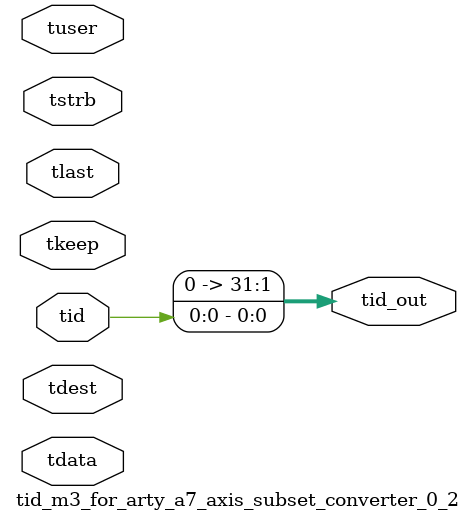
<source format=v>


`timescale 1ps/1ps

module tid_m3_for_arty_a7_axis_subset_converter_0_2 #
(
parameter C_S_AXIS_TID_WIDTH   = 1,
parameter C_S_AXIS_TUSER_WIDTH = 0,
parameter C_S_AXIS_TDATA_WIDTH = 0,
parameter C_S_AXIS_TDEST_WIDTH = 0,
parameter C_M_AXIS_TID_WIDTH   = 32
)
(
input  [(C_S_AXIS_TID_WIDTH   == 0 ? 1 : C_S_AXIS_TID_WIDTH)-1:0       ] tid,
input  [(C_S_AXIS_TDATA_WIDTH == 0 ? 1 : C_S_AXIS_TDATA_WIDTH)-1:0     ] tdata,
input  [(C_S_AXIS_TUSER_WIDTH == 0 ? 1 : C_S_AXIS_TUSER_WIDTH)-1:0     ] tuser,
input  [(C_S_AXIS_TDEST_WIDTH == 0 ? 1 : C_S_AXIS_TDEST_WIDTH)-1:0     ] tdest,
input  [(C_S_AXIS_TDATA_WIDTH/8)-1:0 ] tkeep,
input  [(C_S_AXIS_TDATA_WIDTH/8)-1:0 ] tstrb,
input                                                                    tlast,
output [(C_M_AXIS_TID_WIDTH   == 0 ? 1 : C_M_AXIS_TID_WIDTH)-1:0       ] tid_out
);

assign tid_out = {tid[0:0]};

endmodule


</source>
